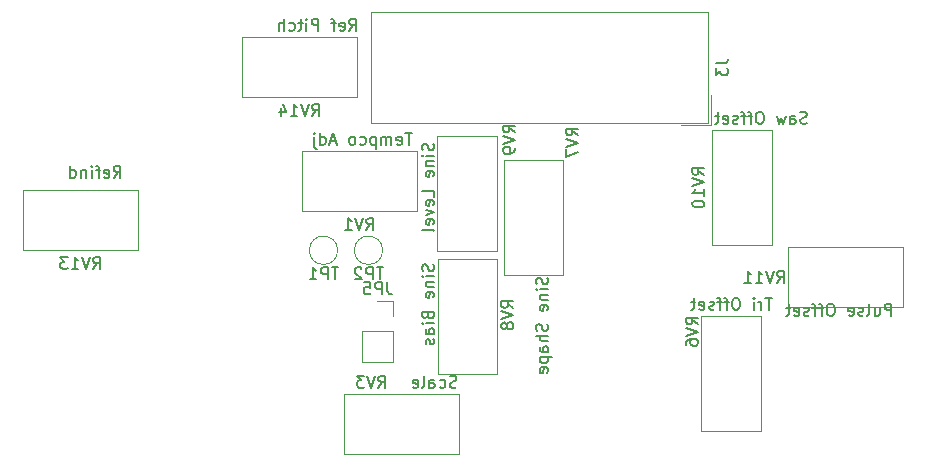
<source format=gbr>
G04 #@! TF.GenerationSoftware,KiCad,Pcbnew,(5.1.2-1)-1*
G04 #@! TF.CreationDate,2019-08-21T10:35:04-07:00*
G04 #@! TF.ProjectId,AS3340_VCO,41533333-3430-45f5-9643-4f2e6b696361,rev?*
G04 #@! TF.SameCoordinates,Original*
G04 #@! TF.FileFunction,Legend,Bot*
G04 #@! TF.FilePolarity,Positive*
%FSLAX46Y46*%
G04 Gerber Fmt 4.6, Leading zero omitted, Abs format (unit mm)*
G04 Created by KiCad (PCBNEW (5.1.2-1)-1) date 2019-08-21 10:35:04*
%MOMM*%
%LPD*%
G04 APERTURE LIST*
%ADD10C,0.150000*%
%ADD11C,0.120000*%
G04 APERTURE END LIST*
D10*
X190396285Y-73874380D02*
X189824857Y-73874380D01*
X190110571Y-74874380D02*
X190110571Y-73874380D01*
X189110571Y-74826761D02*
X189205809Y-74874380D01*
X189396285Y-74874380D01*
X189491523Y-74826761D01*
X189539142Y-74731523D01*
X189539142Y-74350571D01*
X189491523Y-74255333D01*
X189396285Y-74207714D01*
X189205809Y-74207714D01*
X189110571Y-74255333D01*
X189062952Y-74350571D01*
X189062952Y-74445809D01*
X189539142Y-74541047D01*
X188634380Y-74874380D02*
X188634380Y-74207714D01*
X188634380Y-74302952D02*
X188586761Y-74255333D01*
X188491523Y-74207714D01*
X188348666Y-74207714D01*
X188253428Y-74255333D01*
X188205809Y-74350571D01*
X188205809Y-74874380D01*
X188205809Y-74350571D02*
X188158190Y-74255333D01*
X188062952Y-74207714D01*
X187920095Y-74207714D01*
X187824857Y-74255333D01*
X187777238Y-74350571D01*
X187777238Y-74874380D01*
X187301047Y-74207714D02*
X187301047Y-75207714D01*
X187301047Y-74255333D02*
X187205809Y-74207714D01*
X187015333Y-74207714D01*
X186920095Y-74255333D01*
X186872476Y-74302952D01*
X186824857Y-74398190D01*
X186824857Y-74683904D01*
X186872476Y-74779142D01*
X186920095Y-74826761D01*
X187015333Y-74874380D01*
X187205809Y-74874380D01*
X187301047Y-74826761D01*
X185967714Y-74826761D02*
X186062952Y-74874380D01*
X186253428Y-74874380D01*
X186348666Y-74826761D01*
X186396285Y-74779142D01*
X186443904Y-74683904D01*
X186443904Y-74398190D01*
X186396285Y-74302952D01*
X186348666Y-74255333D01*
X186253428Y-74207714D01*
X186062952Y-74207714D01*
X185967714Y-74255333D01*
X185396285Y-74874380D02*
X185491523Y-74826761D01*
X185539142Y-74779142D01*
X185586761Y-74683904D01*
X185586761Y-74398190D01*
X185539142Y-74302952D01*
X185491523Y-74255333D01*
X185396285Y-74207714D01*
X185253428Y-74207714D01*
X185158190Y-74255333D01*
X185110571Y-74302952D01*
X185062952Y-74398190D01*
X185062952Y-74683904D01*
X185110571Y-74779142D01*
X185158190Y-74826761D01*
X185253428Y-74874380D01*
X185396285Y-74874380D01*
X183920095Y-74588666D02*
X183443904Y-74588666D01*
X184015333Y-74874380D02*
X183682000Y-73874380D01*
X183348666Y-74874380D01*
X182586761Y-74874380D02*
X182586761Y-73874380D01*
X182586761Y-74826761D02*
X182682000Y-74874380D01*
X182872476Y-74874380D01*
X182967714Y-74826761D01*
X183015333Y-74779142D01*
X183062952Y-74683904D01*
X183062952Y-74398190D01*
X183015333Y-74302952D01*
X182967714Y-74255333D01*
X182872476Y-74207714D01*
X182682000Y-74207714D01*
X182586761Y-74255333D01*
X182110571Y-74207714D02*
X182110571Y-75064857D01*
X182158190Y-75160095D01*
X182253428Y-75207714D01*
X182301047Y-75207714D01*
X182110571Y-73874380D02*
X182158190Y-73922000D01*
X182110571Y-73969619D01*
X182062952Y-73922000D01*
X182110571Y-73874380D01*
X182110571Y-73969619D01*
X185062476Y-65222380D02*
X185395809Y-64746190D01*
X185633904Y-65222380D02*
X185633904Y-64222380D01*
X185252952Y-64222380D01*
X185157714Y-64270000D01*
X185110095Y-64317619D01*
X185062476Y-64412857D01*
X185062476Y-64555714D01*
X185110095Y-64650952D01*
X185157714Y-64698571D01*
X185252952Y-64746190D01*
X185633904Y-64746190D01*
X184252952Y-65174761D02*
X184348190Y-65222380D01*
X184538666Y-65222380D01*
X184633904Y-65174761D01*
X184681523Y-65079523D01*
X184681523Y-64698571D01*
X184633904Y-64603333D01*
X184538666Y-64555714D01*
X184348190Y-64555714D01*
X184252952Y-64603333D01*
X184205333Y-64698571D01*
X184205333Y-64793809D01*
X184681523Y-64889047D01*
X183919619Y-64555714D02*
X183538666Y-64555714D01*
X183776761Y-65222380D02*
X183776761Y-64365238D01*
X183729142Y-64270000D01*
X183633904Y-64222380D01*
X183538666Y-64222380D01*
X182443428Y-65222380D02*
X182443428Y-64222380D01*
X182062476Y-64222380D01*
X181967238Y-64270000D01*
X181919619Y-64317619D01*
X181872000Y-64412857D01*
X181872000Y-64555714D01*
X181919619Y-64650952D01*
X181967238Y-64698571D01*
X182062476Y-64746190D01*
X182443428Y-64746190D01*
X181443428Y-65222380D02*
X181443428Y-64555714D01*
X181443428Y-64222380D02*
X181491047Y-64270000D01*
X181443428Y-64317619D01*
X181395809Y-64270000D01*
X181443428Y-64222380D01*
X181443428Y-64317619D01*
X181110095Y-64555714D02*
X180729142Y-64555714D01*
X180967238Y-64222380D02*
X180967238Y-65079523D01*
X180919619Y-65174761D01*
X180824380Y-65222380D01*
X180729142Y-65222380D01*
X179967238Y-65174761D02*
X180062476Y-65222380D01*
X180252952Y-65222380D01*
X180348190Y-65174761D01*
X180395809Y-65127142D01*
X180443428Y-65031904D01*
X180443428Y-64746190D01*
X180395809Y-64650952D01*
X180348190Y-64603333D01*
X180252952Y-64555714D01*
X180062476Y-64555714D01*
X179967238Y-64603333D01*
X179538666Y-65222380D02*
X179538666Y-64222380D01*
X179110095Y-65222380D02*
X179110095Y-64698571D01*
X179157714Y-64603333D01*
X179252952Y-64555714D01*
X179395809Y-64555714D01*
X179491047Y-64603333D01*
X179538666Y-64650952D01*
X165123619Y-77668380D02*
X165456952Y-77192190D01*
X165695047Y-77668380D02*
X165695047Y-76668380D01*
X165314095Y-76668380D01*
X165218857Y-76716000D01*
X165171238Y-76763619D01*
X165123619Y-76858857D01*
X165123619Y-77001714D01*
X165171238Y-77096952D01*
X165218857Y-77144571D01*
X165314095Y-77192190D01*
X165695047Y-77192190D01*
X164314095Y-77620761D02*
X164409333Y-77668380D01*
X164599809Y-77668380D01*
X164695047Y-77620761D01*
X164742666Y-77525523D01*
X164742666Y-77144571D01*
X164695047Y-77049333D01*
X164599809Y-77001714D01*
X164409333Y-77001714D01*
X164314095Y-77049333D01*
X164266476Y-77144571D01*
X164266476Y-77239809D01*
X164742666Y-77335047D01*
X163980761Y-77001714D02*
X163599809Y-77001714D01*
X163837904Y-77668380D02*
X163837904Y-76811238D01*
X163790285Y-76716000D01*
X163695047Y-76668380D01*
X163599809Y-76668380D01*
X163266476Y-77668380D02*
X163266476Y-77001714D01*
X163266476Y-76668380D02*
X163314095Y-76716000D01*
X163266476Y-76763619D01*
X163218857Y-76716000D01*
X163266476Y-76668380D01*
X163266476Y-76763619D01*
X162790285Y-77001714D02*
X162790285Y-77668380D01*
X162790285Y-77096952D02*
X162742666Y-77049333D01*
X162647428Y-77001714D01*
X162504571Y-77001714D01*
X162409333Y-77049333D01*
X162361714Y-77144571D01*
X162361714Y-77668380D01*
X161456952Y-77668380D02*
X161456952Y-76668380D01*
X161456952Y-77620761D02*
X161552190Y-77668380D01*
X161742666Y-77668380D01*
X161837904Y-77620761D01*
X161885523Y-77573142D01*
X161933142Y-77477904D01*
X161933142Y-77192190D01*
X161885523Y-77096952D01*
X161837904Y-77049333D01*
X161742666Y-77001714D01*
X161552190Y-77001714D01*
X161456952Y-77049333D01*
X220852571Y-87844380D02*
X220281142Y-87844380D01*
X220566857Y-88844380D02*
X220566857Y-87844380D01*
X219947809Y-88844380D02*
X219947809Y-88177714D01*
X219947809Y-88368190D02*
X219900190Y-88272952D01*
X219852571Y-88225333D01*
X219757333Y-88177714D01*
X219662095Y-88177714D01*
X219328761Y-88844380D02*
X219328761Y-88177714D01*
X219328761Y-87844380D02*
X219376380Y-87892000D01*
X219328761Y-87939619D01*
X219281142Y-87892000D01*
X219328761Y-87844380D01*
X219328761Y-87939619D01*
X217900190Y-87844380D02*
X217709714Y-87844380D01*
X217614476Y-87892000D01*
X217519238Y-87987238D01*
X217471619Y-88177714D01*
X217471619Y-88511047D01*
X217519238Y-88701523D01*
X217614476Y-88796761D01*
X217709714Y-88844380D01*
X217900190Y-88844380D01*
X217995428Y-88796761D01*
X218090666Y-88701523D01*
X218138285Y-88511047D01*
X218138285Y-88177714D01*
X218090666Y-87987238D01*
X217995428Y-87892000D01*
X217900190Y-87844380D01*
X217185904Y-88177714D02*
X216804952Y-88177714D01*
X217043047Y-88844380D02*
X217043047Y-87987238D01*
X216995428Y-87892000D01*
X216900190Y-87844380D01*
X216804952Y-87844380D01*
X216614476Y-88177714D02*
X216233523Y-88177714D01*
X216471619Y-88844380D02*
X216471619Y-87987238D01*
X216424000Y-87892000D01*
X216328761Y-87844380D01*
X216233523Y-87844380D01*
X215947809Y-88796761D02*
X215852571Y-88844380D01*
X215662095Y-88844380D01*
X215566857Y-88796761D01*
X215519238Y-88701523D01*
X215519238Y-88653904D01*
X215566857Y-88558666D01*
X215662095Y-88511047D01*
X215804952Y-88511047D01*
X215900190Y-88463428D01*
X215947809Y-88368190D01*
X215947809Y-88320571D01*
X215900190Y-88225333D01*
X215804952Y-88177714D01*
X215662095Y-88177714D01*
X215566857Y-88225333D01*
X214709714Y-88796761D02*
X214804952Y-88844380D01*
X214995428Y-88844380D01*
X215090666Y-88796761D01*
X215138285Y-88701523D01*
X215138285Y-88320571D01*
X215090666Y-88225333D01*
X214995428Y-88177714D01*
X214804952Y-88177714D01*
X214709714Y-88225333D01*
X214662095Y-88320571D01*
X214662095Y-88415809D01*
X215138285Y-88511047D01*
X214376380Y-88177714D02*
X213995428Y-88177714D01*
X214233523Y-87844380D02*
X214233523Y-88701523D01*
X214185904Y-88796761D01*
X214090666Y-88844380D01*
X213995428Y-88844380D01*
X230972761Y-89352380D02*
X230972761Y-88352380D01*
X230591809Y-88352380D01*
X230496571Y-88400000D01*
X230448952Y-88447619D01*
X230401333Y-88542857D01*
X230401333Y-88685714D01*
X230448952Y-88780952D01*
X230496571Y-88828571D01*
X230591809Y-88876190D01*
X230972761Y-88876190D01*
X229544190Y-88685714D02*
X229544190Y-89352380D01*
X229972761Y-88685714D02*
X229972761Y-89209523D01*
X229925142Y-89304761D01*
X229829904Y-89352380D01*
X229687047Y-89352380D01*
X229591809Y-89304761D01*
X229544190Y-89257142D01*
X228925142Y-89352380D02*
X229020380Y-89304761D01*
X229068000Y-89209523D01*
X229068000Y-88352380D01*
X228591809Y-89304761D02*
X228496571Y-89352380D01*
X228306095Y-89352380D01*
X228210857Y-89304761D01*
X228163238Y-89209523D01*
X228163238Y-89161904D01*
X228210857Y-89066666D01*
X228306095Y-89019047D01*
X228448952Y-89019047D01*
X228544190Y-88971428D01*
X228591809Y-88876190D01*
X228591809Y-88828571D01*
X228544190Y-88733333D01*
X228448952Y-88685714D01*
X228306095Y-88685714D01*
X228210857Y-88733333D01*
X227353714Y-89304761D02*
X227448952Y-89352380D01*
X227639428Y-89352380D01*
X227734666Y-89304761D01*
X227782285Y-89209523D01*
X227782285Y-88828571D01*
X227734666Y-88733333D01*
X227639428Y-88685714D01*
X227448952Y-88685714D01*
X227353714Y-88733333D01*
X227306095Y-88828571D01*
X227306095Y-88923809D01*
X227782285Y-89019047D01*
X225925142Y-88352380D02*
X225734666Y-88352380D01*
X225639428Y-88400000D01*
X225544190Y-88495238D01*
X225496571Y-88685714D01*
X225496571Y-89019047D01*
X225544190Y-89209523D01*
X225639428Y-89304761D01*
X225734666Y-89352380D01*
X225925142Y-89352380D01*
X226020380Y-89304761D01*
X226115619Y-89209523D01*
X226163238Y-89019047D01*
X226163238Y-88685714D01*
X226115619Y-88495238D01*
X226020380Y-88400000D01*
X225925142Y-88352380D01*
X225210857Y-88685714D02*
X224829904Y-88685714D01*
X225068000Y-89352380D02*
X225068000Y-88495238D01*
X225020380Y-88400000D01*
X224925142Y-88352380D01*
X224829904Y-88352380D01*
X224639428Y-88685714D02*
X224258476Y-88685714D01*
X224496571Y-89352380D02*
X224496571Y-88495238D01*
X224448952Y-88400000D01*
X224353714Y-88352380D01*
X224258476Y-88352380D01*
X223972761Y-89304761D02*
X223877523Y-89352380D01*
X223687047Y-89352380D01*
X223591809Y-89304761D01*
X223544190Y-89209523D01*
X223544190Y-89161904D01*
X223591809Y-89066666D01*
X223687047Y-89019047D01*
X223829904Y-89019047D01*
X223925142Y-88971428D01*
X223972761Y-88876190D01*
X223972761Y-88828571D01*
X223925142Y-88733333D01*
X223829904Y-88685714D01*
X223687047Y-88685714D01*
X223591809Y-88733333D01*
X222734666Y-89304761D02*
X222829904Y-89352380D01*
X223020380Y-89352380D01*
X223115619Y-89304761D01*
X223163238Y-89209523D01*
X223163238Y-88828571D01*
X223115619Y-88733333D01*
X223020380Y-88685714D01*
X222829904Y-88685714D01*
X222734666Y-88733333D01*
X222687047Y-88828571D01*
X222687047Y-88923809D01*
X223163238Y-89019047D01*
X222401333Y-88685714D02*
X222020380Y-88685714D01*
X222258476Y-88352380D02*
X222258476Y-89209523D01*
X222210857Y-89304761D01*
X222115619Y-89352380D01*
X222020380Y-89352380D01*
X223821142Y-73048761D02*
X223678285Y-73096380D01*
X223440190Y-73096380D01*
X223344952Y-73048761D01*
X223297333Y-73001142D01*
X223249714Y-72905904D01*
X223249714Y-72810666D01*
X223297333Y-72715428D01*
X223344952Y-72667809D01*
X223440190Y-72620190D01*
X223630666Y-72572571D01*
X223725904Y-72524952D01*
X223773523Y-72477333D01*
X223821142Y-72382095D01*
X223821142Y-72286857D01*
X223773523Y-72191619D01*
X223725904Y-72144000D01*
X223630666Y-72096380D01*
X223392571Y-72096380D01*
X223249714Y-72144000D01*
X222392571Y-73096380D02*
X222392571Y-72572571D01*
X222440190Y-72477333D01*
X222535428Y-72429714D01*
X222725904Y-72429714D01*
X222821142Y-72477333D01*
X222392571Y-73048761D02*
X222487809Y-73096380D01*
X222725904Y-73096380D01*
X222821142Y-73048761D01*
X222868761Y-72953523D01*
X222868761Y-72858285D01*
X222821142Y-72763047D01*
X222725904Y-72715428D01*
X222487809Y-72715428D01*
X222392571Y-72667809D01*
X222011619Y-72429714D02*
X221821142Y-73096380D01*
X221630666Y-72620190D01*
X221440190Y-73096380D01*
X221249714Y-72429714D01*
X219916380Y-72096380D02*
X219725904Y-72096380D01*
X219630666Y-72144000D01*
X219535428Y-72239238D01*
X219487809Y-72429714D01*
X219487809Y-72763047D01*
X219535428Y-72953523D01*
X219630666Y-73048761D01*
X219725904Y-73096380D01*
X219916380Y-73096380D01*
X220011619Y-73048761D01*
X220106857Y-72953523D01*
X220154476Y-72763047D01*
X220154476Y-72429714D01*
X220106857Y-72239238D01*
X220011619Y-72144000D01*
X219916380Y-72096380D01*
X219202095Y-72429714D02*
X218821142Y-72429714D01*
X219059238Y-73096380D02*
X219059238Y-72239238D01*
X219011619Y-72144000D01*
X218916380Y-72096380D01*
X218821142Y-72096380D01*
X218630666Y-72429714D02*
X218249714Y-72429714D01*
X218487809Y-73096380D02*
X218487809Y-72239238D01*
X218440190Y-72144000D01*
X218344952Y-72096380D01*
X218249714Y-72096380D01*
X217964000Y-73048761D02*
X217868761Y-73096380D01*
X217678285Y-73096380D01*
X217583047Y-73048761D01*
X217535428Y-72953523D01*
X217535428Y-72905904D01*
X217583047Y-72810666D01*
X217678285Y-72763047D01*
X217821142Y-72763047D01*
X217916380Y-72715428D01*
X217964000Y-72620190D01*
X217964000Y-72572571D01*
X217916380Y-72477333D01*
X217821142Y-72429714D01*
X217678285Y-72429714D01*
X217583047Y-72477333D01*
X216725904Y-73048761D02*
X216821142Y-73096380D01*
X217011619Y-73096380D01*
X217106857Y-73048761D01*
X217154476Y-72953523D01*
X217154476Y-72572571D01*
X217106857Y-72477333D01*
X217011619Y-72429714D01*
X216821142Y-72429714D01*
X216725904Y-72477333D01*
X216678285Y-72572571D01*
X216678285Y-72667809D01*
X217154476Y-72763047D01*
X216392571Y-72429714D02*
X216011619Y-72429714D01*
X216249714Y-72096380D02*
X216249714Y-72953523D01*
X216202095Y-73048761D01*
X216106857Y-73096380D01*
X216011619Y-73096380D01*
X194135142Y-95400761D02*
X193992285Y-95448380D01*
X193754190Y-95448380D01*
X193658952Y-95400761D01*
X193611333Y-95353142D01*
X193563714Y-95257904D01*
X193563714Y-95162666D01*
X193611333Y-95067428D01*
X193658952Y-95019809D01*
X193754190Y-94972190D01*
X193944666Y-94924571D01*
X194039904Y-94876952D01*
X194087523Y-94829333D01*
X194135142Y-94734095D01*
X194135142Y-94638857D01*
X194087523Y-94543619D01*
X194039904Y-94496000D01*
X193944666Y-94448380D01*
X193706571Y-94448380D01*
X193563714Y-94496000D01*
X192706571Y-95400761D02*
X192801809Y-95448380D01*
X192992285Y-95448380D01*
X193087523Y-95400761D01*
X193135142Y-95353142D01*
X193182761Y-95257904D01*
X193182761Y-94972190D01*
X193135142Y-94876952D01*
X193087523Y-94829333D01*
X192992285Y-94781714D01*
X192801809Y-94781714D01*
X192706571Y-94829333D01*
X191849428Y-95448380D02*
X191849428Y-94924571D01*
X191897047Y-94829333D01*
X191992285Y-94781714D01*
X192182761Y-94781714D01*
X192278000Y-94829333D01*
X191849428Y-95400761D02*
X191944666Y-95448380D01*
X192182761Y-95448380D01*
X192278000Y-95400761D01*
X192325619Y-95305523D01*
X192325619Y-95210285D01*
X192278000Y-95115047D01*
X192182761Y-95067428D01*
X191944666Y-95067428D01*
X191849428Y-95019809D01*
X191230380Y-95448380D02*
X191325619Y-95400761D01*
X191373238Y-95305523D01*
X191373238Y-94448380D01*
X190468476Y-95400761D02*
X190563714Y-95448380D01*
X190754190Y-95448380D01*
X190849428Y-95400761D01*
X190897047Y-95305523D01*
X190897047Y-94924571D01*
X190849428Y-94829333D01*
X190754190Y-94781714D01*
X190563714Y-94781714D01*
X190468476Y-94829333D01*
X190420857Y-94924571D01*
X190420857Y-95019809D01*
X190897047Y-95115047D01*
X201826761Y-86122380D02*
X201874380Y-86265238D01*
X201874380Y-86503333D01*
X201826761Y-86598571D01*
X201779142Y-86646190D01*
X201683904Y-86693809D01*
X201588666Y-86693809D01*
X201493428Y-86646190D01*
X201445809Y-86598571D01*
X201398190Y-86503333D01*
X201350571Y-86312857D01*
X201302952Y-86217619D01*
X201255333Y-86170000D01*
X201160095Y-86122380D01*
X201064857Y-86122380D01*
X200969619Y-86170000D01*
X200922000Y-86217619D01*
X200874380Y-86312857D01*
X200874380Y-86550952D01*
X200922000Y-86693809D01*
X201874380Y-87122380D02*
X201207714Y-87122380D01*
X200874380Y-87122380D02*
X200922000Y-87074761D01*
X200969619Y-87122380D01*
X200922000Y-87170000D01*
X200874380Y-87122380D01*
X200969619Y-87122380D01*
X201207714Y-87598571D02*
X201874380Y-87598571D01*
X201302952Y-87598571D02*
X201255333Y-87646190D01*
X201207714Y-87741428D01*
X201207714Y-87884285D01*
X201255333Y-87979523D01*
X201350571Y-88027142D01*
X201874380Y-88027142D01*
X201826761Y-88884285D02*
X201874380Y-88789047D01*
X201874380Y-88598571D01*
X201826761Y-88503333D01*
X201731523Y-88455714D01*
X201350571Y-88455714D01*
X201255333Y-88503333D01*
X201207714Y-88598571D01*
X201207714Y-88789047D01*
X201255333Y-88884285D01*
X201350571Y-88931904D01*
X201445809Y-88931904D01*
X201541047Y-88455714D01*
X201826761Y-90074761D02*
X201874380Y-90217619D01*
X201874380Y-90455714D01*
X201826761Y-90550952D01*
X201779142Y-90598571D01*
X201683904Y-90646190D01*
X201588666Y-90646190D01*
X201493428Y-90598571D01*
X201445809Y-90550952D01*
X201398190Y-90455714D01*
X201350571Y-90265238D01*
X201302952Y-90170000D01*
X201255333Y-90122380D01*
X201160095Y-90074761D01*
X201064857Y-90074761D01*
X200969619Y-90122380D01*
X200922000Y-90170000D01*
X200874380Y-90265238D01*
X200874380Y-90503333D01*
X200922000Y-90646190D01*
X201874380Y-91074761D02*
X200874380Y-91074761D01*
X201874380Y-91503333D02*
X201350571Y-91503333D01*
X201255333Y-91455714D01*
X201207714Y-91360476D01*
X201207714Y-91217619D01*
X201255333Y-91122380D01*
X201302952Y-91074761D01*
X201874380Y-92408095D02*
X201350571Y-92408095D01*
X201255333Y-92360476D01*
X201207714Y-92265238D01*
X201207714Y-92074761D01*
X201255333Y-91979523D01*
X201826761Y-92408095D02*
X201874380Y-92312857D01*
X201874380Y-92074761D01*
X201826761Y-91979523D01*
X201731523Y-91931904D01*
X201636285Y-91931904D01*
X201541047Y-91979523D01*
X201493428Y-92074761D01*
X201493428Y-92312857D01*
X201445809Y-92408095D01*
X201207714Y-92884285D02*
X202207714Y-92884285D01*
X201255333Y-92884285D02*
X201207714Y-92979523D01*
X201207714Y-93170000D01*
X201255333Y-93265238D01*
X201302952Y-93312857D01*
X201398190Y-93360476D01*
X201683904Y-93360476D01*
X201779142Y-93312857D01*
X201826761Y-93265238D01*
X201874380Y-93170000D01*
X201874380Y-92979523D01*
X201826761Y-92884285D01*
X201826761Y-94170000D02*
X201874380Y-94074761D01*
X201874380Y-93884285D01*
X201826761Y-93789047D01*
X201731523Y-93741428D01*
X201350571Y-93741428D01*
X201255333Y-93789047D01*
X201207714Y-93884285D01*
X201207714Y-94074761D01*
X201255333Y-94170000D01*
X201350571Y-94217619D01*
X201445809Y-94217619D01*
X201541047Y-93741428D01*
X192174761Y-85011047D02*
X192222380Y-85153904D01*
X192222380Y-85392000D01*
X192174761Y-85487238D01*
X192127142Y-85534857D01*
X192031904Y-85582476D01*
X191936666Y-85582476D01*
X191841428Y-85534857D01*
X191793809Y-85487238D01*
X191746190Y-85392000D01*
X191698571Y-85201523D01*
X191650952Y-85106285D01*
X191603333Y-85058666D01*
X191508095Y-85011047D01*
X191412857Y-85011047D01*
X191317619Y-85058666D01*
X191270000Y-85106285D01*
X191222380Y-85201523D01*
X191222380Y-85439619D01*
X191270000Y-85582476D01*
X192222380Y-86011047D02*
X191555714Y-86011047D01*
X191222380Y-86011047D02*
X191270000Y-85963428D01*
X191317619Y-86011047D01*
X191270000Y-86058666D01*
X191222380Y-86011047D01*
X191317619Y-86011047D01*
X191555714Y-86487238D02*
X192222380Y-86487238D01*
X191650952Y-86487238D02*
X191603333Y-86534857D01*
X191555714Y-86630095D01*
X191555714Y-86772952D01*
X191603333Y-86868190D01*
X191698571Y-86915809D01*
X192222380Y-86915809D01*
X192174761Y-87772952D02*
X192222380Y-87677714D01*
X192222380Y-87487238D01*
X192174761Y-87392000D01*
X192079523Y-87344380D01*
X191698571Y-87344380D01*
X191603333Y-87392000D01*
X191555714Y-87487238D01*
X191555714Y-87677714D01*
X191603333Y-87772952D01*
X191698571Y-87820571D01*
X191793809Y-87820571D01*
X191889047Y-87344380D01*
X191698571Y-89344380D02*
X191746190Y-89487238D01*
X191793809Y-89534857D01*
X191889047Y-89582476D01*
X192031904Y-89582476D01*
X192127142Y-89534857D01*
X192174761Y-89487238D01*
X192222380Y-89392000D01*
X192222380Y-89011047D01*
X191222380Y-89011047D01*
X191222380Y-89344380D01*
X191270000Y-89439619D01*
X191317619Y-89487238D01*
X191412857Y-89534857D01*
X191508095Y-89534857D01*
X191603333Y-89487238D01*
X191650952Y-89439619D01*
X191698571Y-89344380D01*
X191698571Y-89011047D01*
X192222380Y-90011047D02*
X191555714Y-90011047D01*
X191222380Y-90011047D02*
X191270000Y-89963428D01*
X191317619Y-90011047D01*
X191270000Y-90058666D01*
X191222380Y-90011047D01*
X191317619Y-90011047D01*
X192222380Y-90915809D02*
X191698571Y-90915809D01*
X191603333Y-90868190D01*
X191555714Y-90772952D01*
X191555714Y-90582476D01*
X191603333Y-90487238D01*
X192174761Y-90915809D02*
X192222380Y-90820571D01*
X192222380Y-90582476D01*
X192174761Y-90487238D01*
X192079523Y-90439619D01*
X191984285Y-90439619D01*
X191889047Y-90487238D01*
X191841428Y-90582476D01*
X191841428Y-90820571D01*
X191793809Y-90915809D01*
X192174761Y-91344380D02*
X192222380Y-91439619D01*
X192222380Y-91630095D01*
X192174761Y-91725333D01*
X192079523Y-91772952D01*
X192031904Y-91772952D01*
X191936666Y-91725333D01*
X191889047Y-91630095D01*
X191889047Y-91487238D01*
X191841428Y-91392000D01*
X191746190Y-91344380D01*
X191698571Y-91344380D01*
X191603333Y-91392000D01*
X191555714Y-91487238D01*
X191555714Y-91630095D01*
X191603333Y-91725333D01*
X192174761Y-74795523D02*
X192222380Y-74938380D01*
X192222380Y-75176476D01*
X192174761Y-75271714D01*
X192127142Y-75319333D01*
X192031904Y-75366952D01*
X191936666Y-75366952D01*
X191841428Y-75319333D01*
X191793809Y-75271714D01*
X191746190Y-75176476D01*
X191698571Y-74986000D01*
X191650952Y-74890761D01*
X191603333Y-74843142D01*
X191508095Y-74795523D01*
X191412857Y-74795523D01*
X191317619Y-74843142D01*
X191270000Y-74890761D01*
X191222380Y-74986000D01*
X191222380Y-75224095D01*
X191270000Y-75366952D01*
X192222380Y-75795523D02*
X191555714Y-75795523D01*
X191222380Y-75795523D02*
X191270000Y-75747904D01*
X191317619Y-75795523D01*
X191270000Y-75843142D01*
X191222380Y-75795523D01*
X191317619Y-75795523D01*
X191555714Y-76271714D02*
X192222380Y-76271714D01*
X191650952Y-76271714D02*
X191603333Y-76319333D01*
X191555714Y-76414571D01*
X191555714Y-76557428D01*
X191603333Y-76652666D01*
X191698571Y-76700285D01*
X192222380Y-76700285D01*
X192174761Y-77557428D02*
X192222380Y-77462190D01*
X192222380Y-77271714D01*
X192174761Y-77176476D01*
X192079523Y-77128857D01*
X191698571Y-77128857D01*
X191603333Y-77176476D01*
X191555714Y-77271714D01*
X191555714Y-77462190D01*
X191603333Y-77557428D01*
X191698571Y-77605047D01*
X191793809Y-77605047D01*
X191889047Y-77128857D01*
X192222380Y-79271714D02*
X192222380Y-78795523D01*
X191222380Y-78795523D01*
X192174761Y-79986000D02*
X192222380Y-79890761D01*
X192222380Y-79700285D01*
X192174761Y-79605047D01*
X192079523Y-79557428D01*
X191698571Y-79557428D01*
X191603333Y-79605047D01*
X191555714Y-79700285D01*
X191555714Y-79890761D01*
X191603333Y-79986000D01*
X191698571Y-80033619D01*
X191793809Y-80033619D01*
X191889047Y-79557428D01*
X191555714Y-80366952D02*
X192222380Y-80605047D01*
X191555714Y-80843142D01*
X192174761Y-81605047D02*
X192222380Y-81509809D01*
X192222380Y-81319333D01*
X192174761Y-81224095D01*
X192079523Y-81176476D01*
X191698571Y-81176476D01*
X191603333Y-81224095D01*
X191555714Y-81319333D01*
X191555714Y-81509809D01*
X191603333Y-81605047D01*
X191698571Y-81652666D01*
X191793809Y-81652666D01*
X191889047Y-81176476D01*
X192222380Y-82224095D02*
X192174761Y-82128857D01*
X192079523Y-82081238D01*
X191222380Y-82081238D01*
D11*
X190813000Y-80508000D02*
X190813000Y-75438000D01*
X181043000Y-80508000D02*
X181043000Y-75438000D01*
X181043000Y-75438000D02*
X190813000Y-75438000D01*
X181043000Y-80508000D02*
X190813000Y-80508000D01*
X219954000Y-89349000D02*
X214884000Y-89349000D01*
X219954000Y-99119000D02*
X214884000Y-99119000D01*
X214884000Y-99119000D02*
X214884000Y-89349000D01*
X219954000Y-99119000D02*
X219954000Y-89349000D01*
X198130000Y-76141000D02*
X198130000Y-85911000D01*
X203200000Y-76141000D02*
X203200000Y-85911000D01*
X198130000Y-76141000D02*
X203200000Y-76141000D01*
X198130000Y-85911000D02*
X203200000Y-85911000D01*
X192542000Y-84523000D02*
X192542000Y-94293000D01*
X197612000Y-84523000D02*
X197612000Y-94293000D01*
X192542000Y-84523000D02*
X197612000Y-84523000D01*
X192542000Y-94293000D02*
X197612000Y-94293000D01*
X197602000Y-74109000D02*
X192532000Y-74109000D01*
X197602000Y-83879000D02*
X192532000Y-83879000D01*
X192532000Y-83879000D02*
X192532000Y-74109000D01*
X197602000Y-83879000D02*
X197602000Y-74109000D01*
X215783000Y-83371000D02*
X220853000Y-83371000D01*
X215783000Y-73601000D02*
X220853000Y-73601000D01*
X220853000Y-73601000D02*
X220853000Y-83371000D01*
X215783000Y-73601000D02*
X215783000Y-83371000D01*
X222191000Y-88636000D02*
X231961000Y-88636000D01*
X222191000Y-83566000D02*
X231961000Y-83566000D01*
X222191000Y-88636000D02*
X222191000Y-83566000D01*
X231961000Y-88636000D02*
X231961000Y-83566000D01*
X188782000Y-93278000D02*
X186122000Y-93278000D01*
X188782000Y-90678000D02*
X188782000Y-93278000D01*
X186122000Y-90678000D02*
X186122000Y-93278000D01*
X188782000Y-90678000D02*
X186122000Y-90678000D01*
X188782000Y-89408000D02*
X188782000Y-88078000D01*
X188782000Y-88078000D02*
X187452000Y-88078000D01*
X184599000Y-101082000D02*
X194369000Y-101082000D01*
X184599000Y-96012000D02*
X194369000Y-96012000D01*
X184599000Y-101082000D02*
X184599000Y-96012000D01*
X194369000Y-101082000D02*
X194369000Y-96012000D01*
X167191000Y-83810000D02*
X167191000Y-78740000D01*
X157421000Y-83810000D02*
X157421000Y-78740000D01*
X157421000Y-78740000D02*
X167191000Y-78740000D01*
X157421000Y-83810000D02*
X167191000Y-83810000D01*
X175963000Y-70856000D02*
X185733000Y-70856000D01*
X175963000Y-65786000D02*
X185733000Y-65786000D01*
X175963000Y-70856000D02*
X175963000Y-65786000D01*
X185733000Y-70856000D02*
X185733000Y-65786000D01*
X184080000Y-83820000D02*
G75*
G03X184080000Y-83820000I-1200000J0D01*
G01*
X187890000Y-83820000D02*
G75*
G03X187890000Y-83820000I-1200000J0D01*
G01*
X215408000Y-63651000D02*
X186928000Y-63651000D01*
X186928000Y-63651000D02*
X186928000Y-73001000D01*
X186928000Y-73001000D02*
X215408000Y-73001000D01*
X215408000Y-73001000D02*
X215408000Y-63651000D01*
X215658000Y-73251000D02*
X213118000Y-73251000D01*
X215658000Y-73251000D02*
X215658000Y-70711000D01*
D10*
X186523238Y-82090380D02*
X186856571Y-81614190D01*
X187094666Y-82090380D02*
X187094666Y-81090380D01*
X186713714Y-81090380D01*
X186618476Y-81138000D01*
X186570857Y-81185619D01*
X186523238Y-81280857D01*
X186523238Y-81423714D01*
X186570857Y-81518952D01*
X186618476Y-81566571D01*
X186713714Y-81614190D01*
X187094666Y-81614190D01*
X186237523Y-81090380D02*
X185904190Y-82090380D01*
X185570857Y-81090380D01*
X184713714Y-82090380D02*
X185285142Y-82090380D01*
X184999428Y-82090380D02*
X184999428Y-81090380D01*
X185094666Y-81233238D01*
X185189904Y-81328476D01*
X185285142Y-81376095D01*
X214574380Y-90082761D02*
X214098190Y-89749428D01*
X214574380Y-89511333D02*
X213574380Y-89511333D01*
X213574380Y-89892285D01*
X213622000Y-89987523D01*
X213669619Y-90035142D01*
X213764857Y-90082761D01*
X213907714Y-90082761D01*
X214002952Y-90035142D01*
X214050571Y-89987523D01*
X214098190Y-89892285D01*
X214098190Y-89511333D01*
X213574380Y-90368476D02*
X214574380Y-90701809D01*
X213574380Y-91035142D01*
X213574380Y-91797047D02*
X213574380Y-91606571D01*
X213622000Y-91511333D01*
X213669619Y-91463714D01*
X213812476Y-91368476D01*
X214002952Y-91320857D01*
X214383904Y-91320857D01*
X214479142Y-91368476D01*
X214526761Y-91416095D01*
X214574380Y-91511333D01*
X214574380Y-91701809D01*
X214526761Y-91797047D01*
X214479142Y-91844666D01*
X214383904Y-91892285D01*
X214145809Y-91892285D01*
X214050571Y-91844666D01*
X214002952Y-91797047D01*
X213955333Y-91701809D01*
X213955333Y-91511333D01*
X214002952Y-91416095D01*
X214050571Y-91368476D01*
X214145809Y-91320857D01*
X204414380Y-74080761D02*
X203938190Y-73747428D01*
X204414380Y-73509333D02*
X203414380Y-73509333D01*
X203414380Y-73890285D01*
X203462000Y-73985523D01*
X203509619Y-74033142D01*
X203604857Y-74080761D01*
X203747714Y-74080761D01*
X203842952Y-74033142D01*
X203890571Y-73985523D01*
X203938190Y-73890285D01*
X203938190Y-73509333D01*
X203414380Y-74366476D02*
X204414380Y-74699809D01*
X203414380Y-75033142D01*
X203414380Y-75271238D02*
X203414380Y-75937904D01*
X204414380Y-75509333D01*
X198953380Y-88685761D02*
X198477190Y-88352428D01*
X198953380Y-88114333D02*
X197953380Y-88114333D01*
X197953380Y-88495285D01*
X198001000Y-88590523D01*
X198048619Y-88638142D01*
X198143857Y-88685761D01*
X198286714Y-88685761D01*
X198381952Y-88638142D01*
X198429571Y-88590523D01*
X198477190Y-88495285D01*
X198477190Y-88114333D01*
X197953380Y-88971476D02*
X198953380Y-89304809D01*
X197953380Y-89638142D01*
X198381952Y-90114333D02*
X198334333Y-90019095D01*
X198286714Y-89971476D01*
X198191476Y-89923857D01*
X198143857Y-89923857D01*
X198048619Y-89971476D01*
X198001000Y-90019095D01*
X197953380Y-90114333D01*
X197953380Y-90304809D01*
X198001000Y-90400047D01*
X198048619Y-90447666D01*
X198143857Y-90495285D01*
X198191476Y-90495285D01*
X198286714Y-90447666D01*
X198334333Y-90400047D01*
X198381952Y-90304809D01*
X198381952Y-90114333D01*
X198429571Y-90019095D01*
X198477190Y-89971476D01*
X198572428Y-89923857D01*
X198762904Y-89923857D01*
X198858142Y-89971476D01*
X198905761Y-90019095D01*
X198953380Y-90114333D01*
X198953380Y-90304809D01*
X198905761Y-90400047D01*
X198858142Y-90447666D01*
X198762904Y-90495285D01*
X198572428Y-90495285D01*
X198477190Y-90447666D01*
X198429571Y-90400047D01*
X198381952Y-90304809D01*
X199080380Y-73826761D02*
X198604190Y-73493428D01*
X199080380Y-73255333D02*
X198080380Y-73255333D01*
X198080380Y-73636285D01*
X198128000Y-73731523D01*
X198175619Y-73779142D01*
X198270857Y-73826761D01*
X198413714Y-73826761D01*
X198508952Y-73779142D01*
X198556571Y-73731523D01*
X198604190Y-73636285D01*
X198604190Y-73255333D01*
X198080380Y-74112476D02*
X199080380Y-74445809D01*
X198080380Y-74779142D01*
X199080380Y-75160095D02*
X199080380Y-75350571D01*
X199032761Y-75445809D01*
X198985142Y-75493428D01*
X198842285Y-75588666D01*
X198651809Y-75636285D01*
X198270857Y-75636285D01*
X198175619Y-75588666D01*
X198128000Y-75541047D01*
X198080380Y-75445809D01*
X198080380Y-75255333D01*
X198128000Y-75160095D01*
X198175619Y-75112476D01*
X198270857Y-75064857D01*
X198508952Y-75064857D01*
X198604190Y-75112476D01*
X198651809Y-75160095D01*
X198699428Y-75255333D01*
X198699428Y-75445809D01*
X198651809Y-75541047D01*
X198604190Y-75588666D01*
X198508952Y-75636285D01*
X215105380Y-77414571D02*
X214629190Y-77081238D01*
X215105380Y-76843142D02*
X214105380Y-76843142D01*
X214105380Y-77224095D01*
X214153000Y-77319333D01*
X214200619Y-77366952D01*
X214295857Y-77414571D01*
X214438714Y-77414571D01*
X214533952Y-77366952D01*
X214581571Y-77319333D01*
X214629190Y-77224095D01*
X214629190Y-76843142D01*
X214105380Y-77700285D02*
X215105380Y-78033619D01*
X214105380Y-78366952D01*
X215105380Y-79224095D02*
X215105380Y-78652666D01*
X215105380Y-78938380D02*
X214105380Y-78938380D01*
X214248238Y-78843142D01*
X214343476Y-78747904D01*
X214391095Y-78652666D01*
X214105380Y-79843142D02*
X214105380Y-79938380D01*
X214153000Y-80033619D01*
X214200619Y-80081238D01*
X214295857Y-80128857D01*
X214486333Y-80176476D01*
X214724428Y-80176476D01*
X214914904Y-80128857D01*
X215010142Y-80081238D01*
X215057761Y-80033619D01*
X215105380Y-79938380D01*
X215105380Y-79843142D01*
X215057761Y-79747904D01*
X215010142Y-79700285D01*
X214914904Y-79652666D01*
X214724428Y-79605047D01*
X214486333Y-79605047D01*
X214295857Y-79652666D01*
X214200619Y-79700285D01*
X214153000Y-79747904D01*
X214105380Y-79843142D01*
X221289428Y-86558380D02*
X221622761Y-86082190D01*
X221860857Y-86558380D02*
X221860857Y-85558380D01*
X221479904Y-85558380D01*
X221384666Y-85606000D01*
X221337047Y-85653619D01*
X221289428Y-85748857D01*
X221289428Y-85891714D01*
X221337047Y-85986952D01*
X221384666Y-86034571D01*
X221479904Y-86082190D01*
X221860857Y-86082190D01*
X221003714Y-85558380D02*
X220670380Y-86558380D01*
X220337047Y-85558380D01*
X219479904Y-86558380D02*
X220051333Y-86558380D01*
X219765619Y-86558380D02*
X219765619Y-85558380D01*
X219860857Y-85701238D01*
X219956095Y-85796476D01*
X220051333Y-85844095D01*
X218527523Y-86558380D02*
X219098952Y-86558380D01*
X218813238Y-86558380D02*
X218813238Y-85558380D01*
X218908476Y-85701238D01*
X219003714Y-85796476D01*
X219098952Y-85844095D01*
X188285333Y-86530380D02*
X188285333Y-87244666D01*
X188332952Y-87387523D01*
X188428190Y-87482761D01*
X188571047Y-87530380D01*
X188666285Y-87530380D01*
X187809142Y-87530380D02*
X187809142Y-86530380D01*
X187428190Y-86530380D01*
X187332952Y-86578000D01*
X187285333Y-86625619D01*
X187237714Y-86720857D01*
X187237714Y-86863714D01*
X187285333Y-86958952D01*
X187332952Y-87006571D01*
X187428190Y-87054190D01*
X187809142Y-87054190D01*
X186332952Y-86530380D02*
X186809142Y-86530380D01*
X186856761Y-87006571D01*
X186809142Y-86958952D01*
X186713904Y-86911333D01*
X186475809Y-86911333D01*
X186380571Y-86958952D01*
X186332952Y-87006571D01*
X186285333Y-87101809D01*
X186285333Y-87339904D01*
X186332952Y-87435142D01*
X186380571Y-87482761D01*
X186475809Y-87530380D01*
X186713904Y-87530380D01*
X186809142Y-87482761D01*
X186856761Y-87435142D01*
X187539238Y-95448380D02*
X187872571Y-94972190D01*
X188110666Y-95448380D02*
X188110666Y-94448380D01*
X187729714Y-94448380D01*
X187634476Y-94496000D01*
X187586857Y-94543619D01*
X187539238Y-94638857D01*
X187539238Y-94781714D01*
X187586857Y-94876952D01*
X187634476Y-94924571D01*
X187729714Y-94972190D01*
X188110666Y-94972190D01*
X187253523Y-94448380D02*
X186920190Y-95448380D01*
X186586857Y-94448380D01*
X186348761Y-94448380D02*
X185729714Y-94448380D01*
X186063047Y-94829333D01*
X185920190Y-94829333D01*
X185824952Y-94876952D01*
X185777333Y-94924571D01*
X185729714Y-95019809D01*
X185729714Y-95257904D01*
X185777333Y-95353142D01*
X185824952Y-95400761D01*
X185920190Y-95448380D01*
X186205904Y-95448380D01*
X186301142Y-95400761D01*
X186348761Y-95353142D01*
X163377428Y-85392380D02*
X163710761Y-84916190D01*
X163948857Y-85392380D02*
X163948857Y-84392380D01*
X163567904Y-84392380D01*
X163472666Y-84440000D01*
X163425047Y-84487619D01*
X163377428Y-84582857D01*
X163377428Y-84725714D01*
X163425047Y-84820952D01*
X163472666Y-84868571D01*
X163567904Y-84916190D01*
X163948857Y-84916190D01*
X163091714Y-84392380D02*
X162758380Y-85392380D01*
X162425047Y-84392380D01*
X161567904Y-85392380D02*
X162139333Y-85392380D01*
X161853619Y-85392380D02*
X161853619Y-84392380D01*
X161948857Y-84535238D01*
X162044095Y-84630476D01*
X162139333Y-84678095D01*
X161234571Y-84392380D02*
X160615523Y-84392380D01*
X160948857Y-84773333D01*
X160806000Y-84773333D01*
X160710761Y-84820952D01*
X160663142Y-84868571D01*
X160615523Y-84963809D01*
X160615523Y-85201904D01*
X160663142Y-85297142D01*
X160710761Y-85344761D01*
X160806000Y-85392380D01*
X161091714Y-85392380D01*
X161186952Y-85344761D01*
X161234571Y-85297142D01*
X181919428Y-72438380D02*
X182252761Y-71962190D01*
X182490857Y-72438380D02*
X182490857Y-71438380D01*
X182109904Y-71438380D01*
X182014666Y-71486000D01*
X181967047Y-71533619D01*
X181919428Y-71628857D01*
X181919428Y-71771714D01*
X181967047Y-71866952D01*
X182014666Y-71914571D01*
X182109904Y-71962190D01*
X182490857Y-71962190D01*
X181633714Y-71438380D02*
X181300380Y-72438380D01*
X180967047Y-71438380D01*
X180109904Y-72438380D02*
X180681333Y-72438380D01*
X180395619Y-72438380D02*
X180395619Y-71438380D01*
X180490857Y-71581238D01*
X180586095Y-71676476D01*
X180681333Y-71724095D01*
X179252761Y-71771714D02*
X179252761Y-72438380D01*
X179490857Y-71390761D02*
X179728952Y-72105047D01*
X179109904Y-72105047D01*
X184141904Y-85270380D02*
X183570476Y-85270380D01*
X183856190Y-86270380D02*
X183856190Y-85270380D01*
X183237142Y-86270380D02*
X183237142Y-85270380D01*
X182856190Y-85270380D01*
X182760952Y-85318000D01*
X182713333Y-85365619D01*
X182665714Y-85460857D01*
X182665714Y-85603714D01*
X182713333Y-85698952D01*
X182760952Y-85746571D01*
X182856190Y-85794190D01*
X183237142Y-85794190D01*
X181713333Y-86270380D02*
X182284761Y-86270380D01*
X181999047Y-86270380D02*
X181999047Y-85270380D01*
X182094285Y-85413238D01*
X182189523Y-85508476D01*
X182284761Y-85556095D01*
X187951904Y-85270380D02*
X187380476Y-85270380D01*
X187666190Y-86270380D02*
X187666190Y-85270380D01*
X187047142Y-86270380D02*
X187047142Y-85270380D01*
X186666190Y-85270380D01*
X186570952Y-85318000D01*
X186523333Y-85365619D01*
X186475714Y-85460857D01*
X186475714Y-85603714D01*
X186523333Y-85698952D01*
X186570952Y-85746571D01*
X186666190Y-85794190D01*
X187047142Y-85794190D01*
X186094761Y-85365619D02*
X186047142Y-85318000D01*
X185951904Y-85270380D01*
X185713809Y-85270380D01*
X185618571Y-85318000D01*
X185570952Y-85365619D01*
X185523333Y-85460857D01*
X185523333Y-85556095D01*
X185570952Y-85698952D01*
X186142380Y-86270380D01*
X185523333Y-86270380D01*
X216114380Y-67992666D02*
X216828666Y-67992666D01*
X216971523Y-67945047D01*
X217066761Y-67849809D01*
X217114380Y-67706952D01*
X217114380Y-67611714D01*
X216114380Y-68373619D02*
X216114380Y-68992666D01*
X216495333Y-68659333D01*
X216495333Y-68802190D01*
X216542952Y-68897428D01*
X216590571Y-68945047D01*
X216685809Y-68992666D01*
X216923904Y-68992666D01*
X217019142Y-68945047D01*
X217066761Y-68897428D01*
X217114380Y-68802190D01*
X217114380Y-68516476D01*
X217066761Y-68421238D01*
X217019142Y-68373619D01*
M02*

</source>
